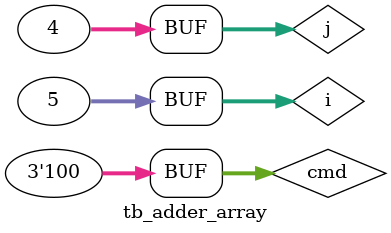
<source format=v>
`timescale 1ns / 1ps


module my_add #(
    parameter BITWIDTH = 32
)
( 
    input [BITWIDTH-1:0] ain,
    input [BITWIDTH-1:0] bin,
    output [BITWIDTH-1:0] dout,
    output overflow
);
    assign {overflow, dout} = ain + bin;
endmodule

module my_adder_array(cmd, ain0, ain1, ain2, ain3, bin0, bin1, bin2, bin3, dout0, dout1, dout2, dout3, overflow);
    input [2:0] cmd;
    input [31:0] ain0, ain1, ain2, ain3, bin0, bin1, bin2, bin3;
    output [31:0] dout0, dout1, dout2, dout3;
    output [3:0] overflow;
    
    wire [31:0] ain [3:0];
    wire [31:0] bin [3:0];
    wire [31:0] dout [3:0];
    reg [31:0] temp [3:0];
    
    genvar i;
    
    generate for(i = 0; i < 4; i = i + 1) begin: adder
        my_add #(32) add (.ain(ain[i]), .bin(bin[i]), .dout(dout[i]), .overflow(overflow[i]));
    end endgenerate
    
    always @(*) begin
        if(cmd == 0 || cmd == 4) temp[0] = dout[0]; else temp[0] = 0;
        if(cmd == 1 || cmd == 4) temp[1] = dout[1]; else temp[1] = 0;
        if(cmd == 2 || cmd == 4) temp[2] = dout[2]; else temp[2] = 0;
        if(cmd == 3 || cmd == 4) temp[3] = dout[3]; else temp[3] = 0;
    end
    
    assign {ain[0], ain[1], ain[2], ain[3]} = {ain0, ain1, ain2, ain3};
    assign {bin[0], bin[1], bin[2], bin[3]} = {bin0, bin1, bin2, bin3};
    assign {dout0, dout1, dout2, dout3} = {temp[0], temp[1], temp[2], temp[3]};
    
endmodule

module tb_adder_array();
    reg [2:0] cmd;
    reg [31:0] ain0, ain1, ain2, ain3, bin0, bin1, bin2, bin3;
    wire [31:0] dout0, dout1, dout2, dout3;
    wire [3:0] overflow;
    
    integer i,j;
    
    initial begin
        for(i=0;i<=4;i=i+1) begin
            for(j=0;j<4;j=j+1)begin
                cmd = i;
                ain0 = $urandom%(2**31);
                ain1 = $urandom%(2**31);
                ain2 = $urandom%(2**31);
                ain3 = $urandom%(2**31);
                bin0 = $urandom%(2**31);
                bin1 = $urandom%(2**31);
                bin2 = $urandom%(2**31);
                bin3 = $urandom%(2**31);
                #20;
            end
        end
    end
    
    my_adder_array UUT(
        .cmd(cmd),
        .ain0(ain0), .ain1(ain1), .ain2(ain2), .ain3(ain3),
        .bin0(bin0), .bin1(bin1), .bin2(bin2), .bin3(bin3),
        .dout0(dout0), .dout1(dout1), .dout2(dout2), .dout3(dout3),
        .overflow(overflow)
    );
    
endmodule
</source>
